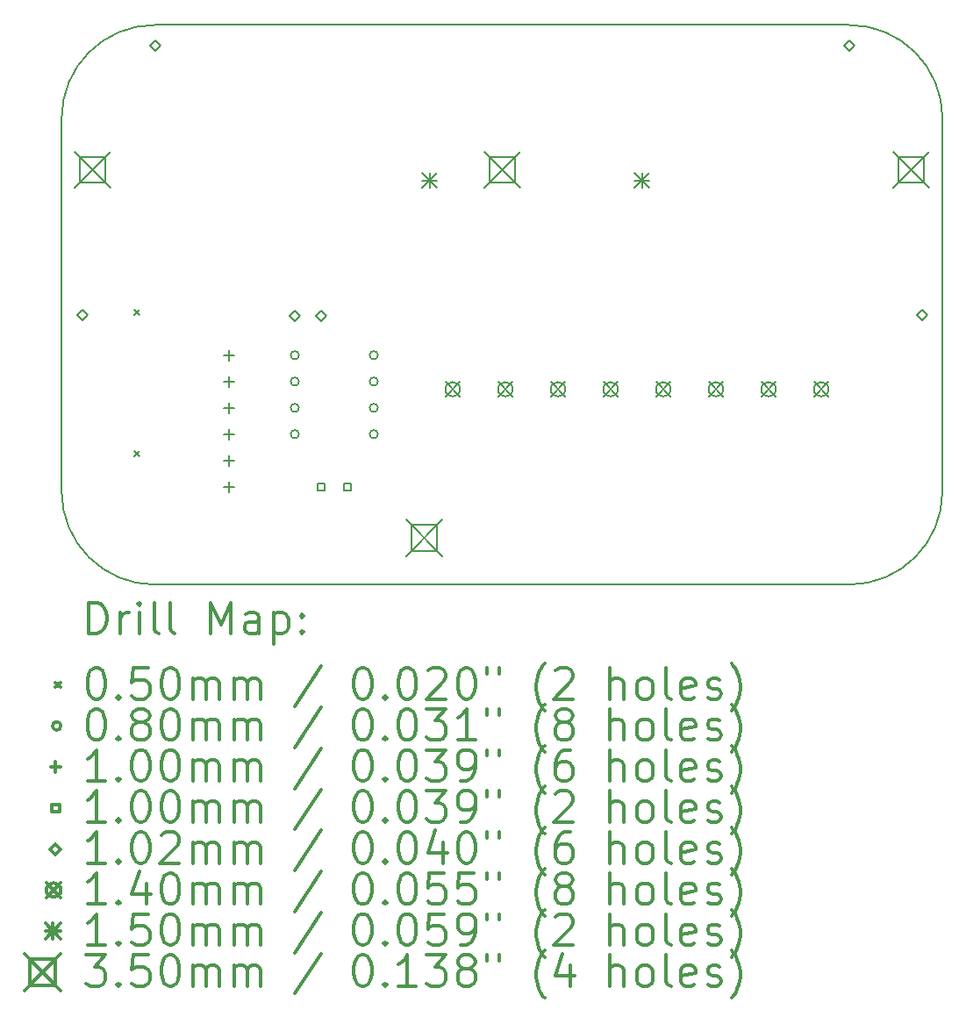
<source format=gbr>
%FSLAX45Y45*%
G04 Gerber Fmt 4.5, Leading zero omitted, Abs format (unit mm)*
G04 Created by KiCad (PCBNEW 4.0.5+dfsg1-4) date Tue May 16 10:22:53 2017*
%MOMM*%
%LPD*%
G01*
G04 APERTURE LIST*
%ADD10C,0.127000*%
%ADD11C,0.150000*%
%ADD12C,0.200000*%
%ADD13C,0.300000*%
G04 APERTURE END LIST*
D10*
D11*
X5000000Y-11800000D02*
G75*
G03X4100000Y-12700000I0J-900000D01*
G01*
X4100000Y-16300000D02*
G75*
G03X5000000Y-17200000I900000J0D01*
G01*
X11700000Y-17200000D02*
G75*
G03X12600000Y-16300000I0J900000D01*
G01*
X12600000Y-12700000D02*
G75*
G03X11700000Y-11800000I-900000J0D01*
G01*
X4100000Y-16300000D02*
X4100000Y-12700000D01*
X11700000Y-17200000D02*
X5000000Y-17200000D01*
X12600000Y-12700000D02*
X12600000Y-16300000D01*
X5000000Y-11800000D02*
X11700000Y-11800000D01*
D12*
X4801000Y-15913500D02*
X4851000Y-15963500D01*
X4851000Y-15913500D02*
X4801000Y-15963500D01*
X4801944Y-14549170D02*
X4851944Y-14599170D01*
X4851944Y-14549170D02*
X4801944Y-14599170D01*
X6390000Y-14986000D02*
G75*
G03X6390000Y-14986000I-40000J0D01*
G01*
X6390000Y-15240000D02*
G75*
G03X6390000Y-15240000I-40000J0D01*
G01*
X6390000Y-15494000D02*
G75*
G03X6390000Y-15494000I-40000J0D01*
G01*
X6390000Y-15748000D02*
G75*
G03X6390000Y-15748000I-40000J0D01*
G01*
X7152000Y-14986000D02*
G75*
G03X7152000Y-14986000I-40000J0D01*
G01*
X7152000Y-15240000D02*
G75*
G03X7152000Y-15240000I-40000J0D01*
G01*
X7152000Y-15494000D02*
G75*
G03X7152000Y-15494000I-40000J0D01*
G01*
X7152000Y-15748000D02*
G75*
G03X7152000Y-15748000I-40000J0D01*
G01*
X5715000Y-14936000D02*
X5715000Y-15036000D01*
X5665000Y-14986000D02*
X5765000Y-14986000D01*
X5715000Y-15190000D02*
X5715000Y-15290000D01*
X5665000Y-15240000D02*
X5765000Y-15240000D01*
X5715000Y-15444000D02*
X5715000Y-15544000D01*
X5665000Y-15494000D02*
X5765000Y-15494000D01*
X5715000Y-15698000D02*
X5715000Y-15798000D01*
X5665000Y-15748000D02*
X5765000Y-15748000D01*
X5715000Y-15952000D02*
X5715000Y-16052000D01*
X5665000Y-16002000D02*
X5765000Y-16002000D01*
X5715000Y-16206000D02*
X5715000Y-16306000D01*
X5665000Y-16256000D02*
X5765000Y-16256000D01*
X6639382Y-16291382D02*
X6639382Y-16220617D01*
X6568617Y-16220617D01*
X6568617Y-16291382D01*
X6639382Y-16291382D01*
X6893382Y-16291382D02*
X6893382Y-16220617D01*
X6822617Y-16220617D01*
X6822617Y-16291382D01*
X6893382Y-16291382D01*
X4300000Y-14650800D02*
X4350800Y-14600000D01*
X4300000Y-14549200D01*
X4249200Y-14600000D01*
X4300000Y-14650800D01*
X5000000Y-12050800D02*
X5050800Y-12000000D01*
X5000000Y-11949200D01*
X4949200Y-12000000D01*
X5000000Y-12050800D01*
X6350000Y-14655800D02*
X6400800Y-14605000D01*
X6350000Y-14554200D01*
X6299200Y-14605000D01*
X6350000Y-14655800D01*
X6604000Y-14655800D02*
X6654800Y-14605000D01*
X6604000Y-14554200D01*
X6553200Y-14605000D01*
X6604000Y-14655800D01*
X11700000Y-12050800D02*
X11750800Y-12000000D01*
X11700000Y-11949200D01*
X11649200Y-12000000D01*
X11700000Y-12050800D01*
X12400000Y-14650800D02*
X12450800Y-14600000D01*
X12400000Y-14549200D01*
X12349200Y-14600000D01*
X12400000Y-14650800D01*
X7804000Y-15245000D02*
X7944000Y-15385000D01*
X7944000Y-15245000D02*
X7804000Y-15385000D01*
X7944000Y-15315000D02*
G75*
G03X7944000Y-15315000I-70000J0D01*
G01*
X8312000Y-15245000D02*
X8452000Y-15385000D01*
X8452000Y-15245000D02*
X8312000Y-15385000D01*
X8452000Y-15315000D02*
G75*
G03X8452000Y-15315000I-70000J0D01*
G01*
X8820000Y-15245000D02*
X8960000Y-15385000D01*
X8960000Y-15245000D02*
X8820000Y-15385000D01*
X8960000Y-15315000D02*
G75*
G03X8960000Y-15315000I-70000J0D01*
G01*
X9328000Y-15245000D02*
X9468000Y-15385000D01*
X9468000Y-15245000D02*
X9328000Y-15385000D01*
X9468000Y-15315000D02*
G75*
G03X9468000Y-15315000I-70000J0D01*
G01*
X9836000Y-15245000D02*
X9976000Y-15385000D01*
X9976000Y-15245000D02*
X9836000Y-15385000D01*
X9976000Y-15315000D02*
G75*
G03X9976000Y-15315000I-70000J0D01*
G01*
X10344000Y-15245000D02*
X10484000Y-15385000D01*
X10484000Y-15245000D02*
X10344000Y-15385000D01*
X10484000Y-15315000D02*
G75*
G03X10484000Y-15315000I-70000J0D01*
G01*
X10852000Y-15245000D02*
X10992000Y-15385000D01*
X10992000Y-15245000D02*
X10852000Y-15385000D01*
X10992000Y-15315000D02*
G75*
G03X10992000Y-15315000I-70000J0D01*
G01*
X11360000Y-15245000D02*
X11500000Y-15385000D01*
X11500000Y-15245000D02*
X11360000Y-15385000D01*
X11500000Y-15315000D02*
G75*
G03X11500000Y-15315000I-70000J0D01*
G01*
X7575000Y-13225000D02*
X7725000Y-13375000D01*
X7725000Y-13225000D02*
X7575000Y-13375000D01*
X7650000Y-13225000D02*
X7650000Y-13375000D01*
X7575000Y-13300000D02*
X7725000Y-13300000D01*
X9624000Y-13225000D02*
X9774000Y-13375000D01*
X9774000Y-13225000D02*
X9624000Y-13375000D01*
X9699000Y-13225000D02*
X9699000Y-13375000D01*
X9624000Y-13300000D02*
X9774000Y-13300000D01*
X4225000Y-13025000D02*
X4575000Y-13375000D01*
X4575000Y-13025000D02*
X4225000Y-13375000D01*
X4523745Y-13323745D02*
X4523745Y-13076255D01*
X4276255Y-13076255D01*
X4276255Y-13323745D01*
X4523745Y-13323745D01*
X7425000Y-16575000D02*
X7775000Y-16925000D01*
X7775000Y-16575000D02*
X7425000Y-16925000D01*
X7723745Y-16873745D02*
X7723745Y-16626255D01*
X7476255Y-16626255D01*
X7476255Y-16873745D01*
X7723745Y-16873745D01*
X8175000Y-13025000D02*
X8525000Y-13375000D01*
X8525000Y-13025000D02*
X8175000Y-13375000D01*
X8473745Y-13323745D02*
X8473745Y-13076255D01*
X8226255Y-13076255D01*
X8226255Y-13323745D01*
X8473745Y-13323745D01*
X12125000Y-13025000D02*
X12475000Y-13375000D01*
X12475000Y-13025000D02*
X12125000Y-13375000D01*
X12423745Y-13323745D02*
X12423745Y-13076255D01*
X12176255Y-13076255D01*
X12176255Y-13323745D01*
X12423745Y-13323745D01*
D13*
X4363929Y-17673214D02*
X4363929Y-17373214D01*
X4435357Y-17373214D01*
X4478214Y-17387500D01*
X4506786Y-17416072D01*
X4521071Y-17444643D01*
X4535357Y-17501786D01*
X4535357Y-17544643D01*
X4521071Y-17601786D01*
X4506786Y-17630357D01*
X4478214Y-17658929D01*
X4435357Y-17673214D01*
X4363929Y-17673214D01*
X4663929Y-17673214D02*
X4663929Y-17473214D01*
X4663929Y-17530357D02*
X4678214Y-17501786D01*
X4692500Y-17487500D01*
X4721071Y-17473214D01*
X4749643Y-17473214D01*
X4849643Y-17673214D02*
X4849643Y-17473214D01*
X4849643Y-17373214D02*
X4835357Y-17387500D01*
X4849643Y-17401786D01*
X4863929Y-17387500D01*
X4849643Y-17373214D01*
X4849643Y-17401786D01*
X5035357Y-17673214D02*
X5006786Y-17658929D01*
X4992500Y-17630357D01*
X4992500Y-17373214D01*
X5192500Y-17673214D02*
X5163929Y-17658929D01*
X5149643Y-17630357D01*
X5149643Y-17373214D01*
X5535357Y-17673214D02*
X5535357Y-17373214D01*
X5635357Y-17587500D01*
X5735357Y-17373214D01*
X5735357Y-17673214D01*
X6006786Y-17673214D02*
X6006786Y-17516072D01*
X5992500Y-17487500D01*
X5963928Y-17473214D01*
X5906786Y-17473214D01*
X5878214Y-17487500D01*
X6006786Y-17658929D02*
X5978214Y-17673214D01*
X5906786Y-17673214D01*
X5878214Y-17658929D01*
X5863928Y-17630357D01*
X5863928Y-17601786D01*
X5878214Y-17573214D01*
X5906786Y-17558929D01*
X5978214Y-17558929D01*
X6006786Y-17544643D01*
X6149643Y-17473214D02*
X6149643Y-17773214D01*
X6149643Y-17487500D02*
X6178214Y-17473214D01*
X6235357Y-17473214D01*
X6263928Y-17487500D01*
X6278214Y-17501786D01*
X6292500Y-17530357D01*
X6292500Y-17616072D01*
X6278214Y-17644643D01*
X6263928Y-17658929D01*
X6235357Y-17673214D01*
X6178214Y-17673214D01*
X6149643Y-17658929D01*
X6421071Y-17644643D02*
X6435357Y-17658929D01*
X6421071Y-17673214D01*
X6406786Y-17658929D01*
X6421071Y-17644643D01*
X6421071Y-17673214D01*
X6421071Y-17487500D02*
X6435357Y-17501786D01*
X6421071Y-17516072D01*
X6406786Y-17501786D01*
X6421071Y-17487500D01*
X6421071Y-17516072D01*
X4042500Y-18142500D02*
X4092500Y-18192500D01*
X4092500Y-18142500D02*
X4042500Y-18192500D01*
X4421071Y-18003214D02*
X4449643Y-18003214D01*
X4478214Y-18017500D01*
X4492500Y-18031786D01*
X4506786Y-18060357D01*
X4521071Y-18117500D01*
X4521071Y-18188929D01*
X4506786Y-18246072D01*
X4492500Y-18274643D01*
X4478214Y-18288929D01*
X4449643Y-18303214D01*
X4421071Y-18303214D01*
X4392500Y-18288929D01*
X4378214Y-18274643D01*
X4363929Y-18246072D01*
X4349643Y-18188929D01*
X4349643Y-18117500D01*
X4363929Y-18060357D01*
X4378214Y-18031786D01*
X4392500Y-18017500D01*
X4421071Y-18003214D01*
X4649643Y-18274643D02*
X4663929Y-18288929D01*
X4649643Y-18303214D01*
X4635357Y-18288929D01*
X4649643Y-18274643D01*
X4649643Y-18303214D01*
X4935357Y-18003214D02*
X4792500Y-18003214D01*
X4778214Y-18146072D01*
X4792500Y-18131786D01*
X4821071Y-18117500D01*
X4892500Y-18117500D01*
X4921071Y-18131786D01*
X4935357Y-18146072D01*
X4949643Y-18174643D01*
X4949643Y-18246072D01*
X4935357Y-18274643D01*
X4921071Y-18288929D01*
X4892500Y-18303214D01*
X4821071Y-18303214D01*
X4792500Y-18288929D01*
X4778214Y-18274643D01*
X5135357Y-18003214D02*
X5163929Y-18003214D01*
X5192500Y-18017500D01*
X5206786Y-18031786D01*
X5221071Y-18060357D01*
X5235357Y-18117500D01*
X5235357Y-18188929D01*
X5221071Y-18246072D01*
X5206786Y-18274643D01*
X5192500Y-18288929D01*
X5163929Y-18303214D01*
X5135357Y-18303214D01*
X5106786Y-18288929D01*
X5092500Y-18274643D01*
X5078214Y-18246072D01*
X5063929Y-18188929D01*
X5063929Y-18117500D01*
X5078214Y-18060357D01*
X5092500Y-18031786D01*
X5106786Y-18017500D01*
X5135357Y-18003214D01*
X5363929Y-18303214D02*
X5363929Y-18103214D01*
X5363929Y-18131786D02*
X5378214Y-18117500D01*
X5406786Y-18103214D01*
X5449643Y-18103214D01*
X5478214Y-18117500D01*
X5492500Y-18146072D01*
X5492500Y-18303214D01*
X5492500Y-18146072D02*
X5506786Y-18117500D01*
X5535357Y-18103214D01*
X5578214Y-18103214D01*
X5606786Y-18117500D01*
X5621071Y-18146072D01*
X5621071Y-18303214D01*
X5763928Y-18303214D02*
X5763928Y-18103214D01*
X5763928Y-18131786D02*
X5778214Y-18117500D01*
X5806786Y-18103214D01*
X5849643Y-18103214D01*
X5878214Y-18117500D01*
X5892500Y-18146072D01*
X5892500Y-18303214D01*
X5892500Y-18146072D02*
X5906786Y-18117500D01*
X5935357Y-18103214D01*
X5978214Y-18103214D01*
X6006786Y-18117500D01*
X6021071Y-18146072D01*
X6021071Y-18303214D01*
X6606786Y-17988929D02*
X6349643Y-18374643D01*
X6992500Y-18003214D02*
X7021071Y-18003214D01*
X7049643Y-18017500D01*
X7063928Y-18031786D01*
X7078214Y-18060357D01*
X7092500Y-18117500D01*
X7092500Y-18188929D01*
X7078214Y-18246072D01*
X7063928Y-18274643D01*
X7049643Y-18288929D01*
X7021071Y-18303214D01*
X6992500Y-18303214D01*
X6963928Y-18288929D01*
X6949643Y-18274643D01*
X6935357Y-18246072D01*
X6921071Y-18188929D01*
X6921071Y-18117500D01*
X6935357Y-18060357D01*
X6949643Y-18031786D01*
X6963928Y-18017500D01*
X6992500Y-18003214D01*
X7221071Y-18274643D02*
X7235357Y-18288929D01*
X7221071Y-18303214D01*
X7206786Y-18288929D01*
X7221071Y-18274643D01*
X7221071Y-18303214D01*
X7421071Y-18003214D02*
X7449643Y-18003214D01*
X7478214Y-18017500D01*
X7492500Y-18031786D01*
X7506785Y-18060357D01*
X7521071Y-18117500D01*
X7521071Y-18188929D01*
X7506785Y-18246072D01*
X7492500Y-18274643D01*
X7478214Y-18288929D01*
X7449643Y-18303214D01*
X7421071Y-18303214D01*
X7392500Y-18288929D01*
X7378214Y-18274643D01*
X7363928Y-18246072D01*
X7349643Y-18188929D01*
X7349643Y-18117500D01*
X7363928Y-18060357D01*
X7378214Y-18031786D01*
X7392500Y-18017500D01*
X7421071Y-18003214D01*
X7635357Y-18031786D02*
X7649643Y-18017500D01*
X7678214Y-18003214D01*
X7749643Y-18003214D01*
X7778214Y-18017500D01*
X7792500Y-18031786D01*
X7806785Y-18060357D01*
X7806785Y-18088929D01*
X7792500Y-18131786D01*
X7621071Y-18303214D01*
X7806785Y-18303214D01*
X7992500Y-18003214D02*
X8021071Y-18003214D01*
X8049643Y-18017500D01*
X8063928Y-18031786D01*
X8078214Y-18060357D01*
X8092500Y-18117500D01*
X8092500Y-18188929D01*
X8078214Y-18246072D01*
X8063928Y-18274643D01*
X8049643Y-18288929D01*
X8021071Y-18303214D01*
X7992500Y-18303214D01*
X7963928Y-18288929D01*
X7949643Y-18274643D01*
X7935357Y-18246072D01*
X7921071Y-18188929D01*
X7921071Y-18117500D01*
X7935357Y-18060357D01*
X7949643Y-18031786D01*
X7963928Y-18017500D01*
X7992500Y-18003214D01*
X8206786Y-18003214D02*
X8206786Y-18060357D01*
X8321071Y-18003214D02*
X8321071Y-18060357D01*
X8763928Y-18417500D02*
X8749643Y-18403214D01*
X8721071Y-18360357D01*
X8706786Y-18331786D01*
X8692500Y-18288929D01*
X8678214Y-18217500D01*
X8678214Y-18160357D01*
X8692500Y-18088929D01*
X8706786Y-18046072D01*
X8721071Y-18017500D01*
X8749643Y-17974643D01*
X8763928Y-17960357D01*
X8863928Y-18031786D02*
X8878214Y-18017500D01*
X8906786Y-18003214D01*
X8978214Y-18003214D01*
X9006786Y-18017500D01*
X9021071Y-18031786D01*
X9035357Y-18060357D01*
X9035357Y-18088929D01*
X9021071Y-18131786D01*
X8849643Y-18303214D01*
X9035357Y-18303214D01*
X9392500Y-18303214D02*
X9392500Y-18003214D01*
X9521071Y-18303214D02*
X9521071Y-18146072D01*
X9506786Y-18117500D01*
X9478214Y-18103214D01*
X9435357Y-18103214D01*
X9406786Y-18117500D01*
X9392500Y-18131786D01*
X9706786Y-18303214D02*
X9678214Y-18288929D01*
X9663928Y-18274643D01*
X9649643Y-18246072D01*
X9649643Y-18160357D01*
X9663928Y-18131786D01*
X9678214Y-18117500D01*
X9706786Y-18103214D01*
X9749643Y-18103214D01*
X9778214Y-18117500D01*
X9792500Y-18131786D01*
X9806786Y-18160357D01*
X9806786Y-18246072D01*
X9792500Y-18274643D01*
X9778214Y-18288929D01*
X9749643Y-18303214D01*
X9706786Y-18303214D01*
X9978214Y-18303214D02*
X9949643Y-18288929D01*
X9935357Y-18260357D01*
X9935357Y-18003214D01*
X10206786Y-18288929D02*
X10178214Y-18303214D01*
X10121071Y-18303214D01*
X10092500Y-18288929D01*
X10078214Y-18260357D01*
X10078214Y-18146072D01*
X10092500Y-18117500D01*
X10121071Y-18103214D01*
X10178214Y-18103214D01*
X10206786Y-18117500D01*
X10221071Y-18146072D01*
X10221071Y-18174643D01*
X10078214Y-18203214D01*
X10335357Y-18288929D02*
X10363929Y-18303214D01*
X10421071Y-18303214D01*
X10449643Y-18288929D01*
X10463929Y-18260357D01*
X10463929Y-18246072D01*
X10449643Y-18217500D01*
X10421071Y-18203214D01*
X10378214Y-18203214D01*
X10349643Y-18188929D01*
X10335357Y-18160357D01*
X10335357Y-18146072D01*
X10349643Y-18117500D01*
X10378214Y-18103214D01*
X10421071Y-18103214D01*
X10449643Y-18117500D01*
X10563928Y-18417500D02*
X10578214Y-18403214D01*
X10606786Y-18360357D01*
X10621071Y-18331786D01*
X10635357Y-18288929D01*
X10649643Y-18217500D01*
X10649643Y-18160357D01*
X10635357Y-18088929D01*
X10621071Y-18046072D01*
X10606786Y-18017500D01*
X10578214Y-17974643D01*
X10563928Y-17960357D01*
X4092500Y-18563500D02*
G75*
G03X4092500Y-18563500I-40000J0D01*
G01*
X4421071Y-18399214D02*
X4449643Y-18399214D01*
X4478214Y-18413500D01*
X4492500Y-18427786D01*
X4506786Y-18456357D01*
X4521071Y-18513500D01*
X4521071Y-18584929D01*
X4506786Y-18642072D01*
X4492500Y-18670643D01*
X4478214Y-18684929D01*
X4449643Y-18699214D01*
X4421071Y-18699214D01*
X4392500Y-18684929D01*
X4378214Y-18670643D01*
X4363929Y-18642072D01*
X4349643Y-18584929D01*
X4349643Y-18513500D01*
X4363929Y-18456357D01*
X4378214Y-18427786D01*
X4392500Y-18413500D01*
X4421071Y-18399214D01*
X4649643Y-18670643D02*
X4663929Y-18684929D01*
X4649643Y-18699214D01*
X4635357Y-18684929D01*
X4649643Y-18670643D01*
X4649643Y-18699214D01*
X4835357Y-18527786D02*
X4806786Y-18513500D01*
X4792500Y-18499214D01*
X4778214Y-18470643D01*
X4778214Y-18456357D01*
X4792500Y-18427786D01*
X4806786Y-18413500D01*
X4835357Y-18399214D01*
X4892500Y-18399214D01*
X4921071Y-18413500D01*
X4935357Y-18427786D01*
X4949643Y-18456357D01*
X4949643Y-18470643D01*
X4935357Y-18499214D01*
X4921071Y-18513500D01*
X4892500Y-18527786D01*
X4835357Y-18527786D01*
X4806786Y-18542072D01*
X4792500Y-18556357D01*
X4778214Y-18584929D01*
X4778214Y-18642072D01*
X4792500Y-18670643D01*
X4806786Y-18684929D01*
X4835357Y-18699214D01*
X4892500Y-18699214D01*
X4921071Y-18684929D01*
X4935357Y-18670643D01*
X4949643Y-18642072D01*
X4949643Y-18584929D01*
X4935357Y-18556357D01*
X4921071Y-18542072D01*
X4892500Y-18527786D01*
X5135357Y-18399214D02*
X5163929Y-18399214D01*
X5192500Y-18413500D01*
X5206786Y-18427786D01*
X5221071Y-18456357D01*
X5235357Y-18513500D01*
X5235357Y-18584929D01*
X5221071Y-18642072D01*
X5206786Y-18670643D01*
X5192500Y-18684929D01*
X5163929Y-18699214D01*
X5135357Y-18699214D01*
X5106786Y-18684929D01*
X5092500Y-18670643D01*
X5078214Y-18642072D01*
X5063929Y-18584929D01*
X5063929Y-18513500D01*
X5078214Y-18456357D01*
X5092500Y-18427786D01*
X5106786Y-18413500D01*
X5135357Y-18399214D01*
X5363929Y-18699214D02*
X5363929Y-18499214D01*
X5363929Y-18527786D02*
X5378214Y-18513500D01*
X5406786Y-18499214D01*
X5449643Y-18499214D01*
X5478214Y-18513500D01*
X5492500Y-18542072D01*
X5492500Y-18699214D01*
X5492500Y-18542072D02*
X5506786Y-18513500D01*
X5535357Y-18499214D01*
X5578214Y-18499214D01*
X5606786Y-18513500D01*
X5621071Y-18542072D01*
X5621071Y-18699214D01*
X5763928Y-18699214D02*
X5763928Y-18499214D01*
X5763928Y-18527786D02*
X5778214Y-18513500D01*
X5806786Y-18499214D01*
X5849643Y-18499214D01*
X5878214Y-18513500D01*
X5892500Y-18542072D01*
X5892500Y-18699214D01*
X5892500Y-18542072D02*
X5906786Y-18513500D01*
X5935357Y-18499214D01*
X5978214Y-18499214D01*
X6006786Y-18513500D01*
X6021071Y-18542072D01*
X6021071Y-18699214D01*
X6606786Y-18384929D02*
X6349643Y-18770643D01*
X6992500Y-18399214D02*
X7021071Y-18399214D01*
X7049643Y-18413500D01*
X7063928Y-18427786D01*
X7078214Y-18456357D01*
X7092500Y-18513500D01*
X7092500Y-18584929D01*
X7078214Y-18642072D01*
X7063928Y-18670643D01*
X7049643Y-18684929D01*
X7021071Y-18699214D01*
X6992500Y-18699214D01*
X6963928Y-18684929D01*
X6949643Y-18670643D01*
X6935357Y-18642072D01*
X6921071Y-18584929D01*
X6921071Y-18513500D01*
X6935357Y-18456357D01*
X6949643Y-18427786D01*
X6963928Y-18413500D01*
X6992500Y-18399214D01*
X7221071Y-18670643D02*
X7235357Y-18684929D01*
X7221071Y-18699214D01*
X7206786Y-18684929D01*
X7221071Y-18670643D01*
X7221071Y-18699214D01*
X7421071Y-18399214D02*
X7449643Y-18399214D01*
X7478214Y-18413500D01*
X7492500Y-18427786D01*
X7506785Y-18456357D01*
X7521071Y-18513500D01*
X7521071Y-18584929D01*
X7506785Y-18642072D01*
X7492500Y-18670643D01*
X7478214Y-18684929D01*
X7449643Y-18699214D01*
X7421071Y-18699214D01*
X7392500Y-18684929D01*
X7378214Y-18670643D01*
X7363928Y-18642072D01*
X7349643Y-18584929D01*
X7349643Y-18513500D01*
X7363928Y-18456357D01*
X7378214Y-18427786D01*
X7392500Y-18413500D01*
X7421071Y-18399214D01*
X7621071Y-18399214D02*
X7806785Y-18399214D01*
X7706785Y-18513500D01*
X7749643Y-18513500D01*
X7778214Y-18527786D01*
X7792500Y-18542072D01*
X7806785Y-18570643D01*
X7806785Y-18642072D01*
X7792500Y-18670643D01*
X7778214Y-18684929D01*
X7749643Y-18699214D01*
X7663928Y-18699214D01*
X7635357Y-18684929D01*
X7621071Y-18670643D01*
X8092500Y-18699214D02*
X7921071Y-18699214D01*
X8006785Y-18699214D02*
X8006785Y-18399214D01*
X7978214Y-18442072D01*
X7949643Y-18470643D01*
X7921071Y-18484929D01*
X8206786Y-18399214D02*
X8206786Y-18456357D01*
X8321071Y-18399214D02*
X8321071Y-18456357D01*
X8763928Y-18813500D02*
X8749643Y-18799214D01*
X8721071Y-18756357D01*
X8706786Y-18727786D01*
X8692500Y-18684929D01*
X8678214Y-18613500D01*
X8678214Y-18556357D01*
X8692500Y-18484929D01*
X8706786Y-18442072D01*
X8721071Y-18413500D01*
X8749643Y-18370643D01*
X8763928Y-18356357D01*
X8921071Y-18527786D02*
X8892500Y-18513500D01*
X8878214Y-18499214D01*
X8863928Y-18470643D01*
X8863928Y-18456357D01*
X8878214Y-18427786D01*
X8892500Y-18413500D01*
X8921071Y-18399214D01*
X8978214Y-18399214D01*
X9006786Y-18413500D01*
X9021071Y-18427786D01*
X9035357Y-18456357D01*
X9035357Y-18470643D01*
X9021071Y-18499214D01*
X9006786Y-18513500D01*
X8978214Y-18527786D01*
X8921071Y-18527786D01*
X8892500Y-18542072D01*
X8878214Y-18556357D01*
X8863928Y-18584929D01*
X8863928Y-18642072D01*
X8878214Y-18670643D01*
X8892500Y-18684929D01*
X8921071Y-18699214D01*
X8978214Y-18699214D01*
X9006786Y-18684929D01*
X9021071Y-18670643D01*
X9035357Y-18642072D01*
X9035357Y-18584929D01*
X9021071Y-18556357D01*
X9006786Y-18542072D01*
X8978214Y-18527786D01*
X9392500Y-18699214D02*
X9392500Y-18399214D01*
X9521071Y-18699214D02*
X9521071Y-18542072D01*
X9506786Y-18513500D01*
X9478214Y-18499214D01*
X9435357Y-18499214D01*
X9406786Y-18513500D01*
X9392500Y-18527786D01*
X9706786Y-18699214D02*
X9678214Y-18684929D01*
X9663928Y-18670643D01*
X9649643Y-18642072D01*
X9649643Y-18556357D01*
X9663928Y-18527786D01*
X9678214Y-18513500D01*
X9706786Y-18499214D01*
X9749643Y-18499214D01*
X9778214Y-18513500D01*
X9792500Y-18527786D01*
X9806786Y-18556357D01*
X9806786Y-18642072D01*
X9792500Y-18670643D01*
X9778214Y-18684929D01*
X9749643Y-18699214D01*
X9706786Y-18699214D01*
X9978214Y-18699214D02*
X9949643Y-18684929D01*
X9935357Y-18656357D01*
X9935357Y-18399214D01*
X10206786Y-18684929D02*
X10178214Y-18699214D01*
X10121071Y-18699214D01*
X10092500Y-18684929D01*
X10078214Y-18656357D01*
X10078214Y-18542072D01*
X10092500Y-18513500D01*
X10121071Y-18499214D01*
X10178214Y-18499214D01*
X10206786Y-18513500D01*
X10221071Y-18542072D01*
X10221071Y-18570643D01*
X10078214Y-18599214D01*
X10335357Y-18684929D02*
X10363929Y-18699214D01*
X10421071Y-18699214D01*
X10449643Y-18684929D01*
X10463929Y-18656357D01*
X10463929Y-18642072D01*
X10449643Y-18613500D01*
X10421071Y-18599214D01*
X10378214Y-18599214D01*
X10349643Y-18584929D01*
X10335357Y-18556357D01*
X10335357Y-18542072D01*
X10349643Y-18513500D01*
X10378214Y-18499214D01*
X10421071Y-18499214D01*
X10449643Y-18513500D01*
X10563928Y-18813500D02*
X10578214Y-18799214D01*
X10606786Y-18756357D01*
X10621071Y-18727786D01*
X10635357Y-18684929D01*
X10649643Y-18613500D01*
X10649643Y-18556357D01*
X10635357Y-18484929D01*
X10621071Y-18442072D01*
X10606786Y-18413500D01*
X10578214Y-18370643D01*
X10563928Y-18356357D01*
X4042500Y-18909500D02*
X4042500Y-19009500D01*
X3992500Y-18959500D02*
X4092500Y-18959500D01*
X4521071Y-19095214D02*
X4349643Y-19095214D01*
X4435357Y-19095214D02*
X4435357Y-18795214D01*
X4406786Y-18838072D01*
X4378214Y-18866643D01*
X4349643Y-18880929D01*
X4649643Y-19066643D02*
X4663929Y-19080929D01*
X4649643Y-19095214D01*
X4635357Y-19080929D01*
X4649643Y-19066643D01*
X4649643Y-19095214D01*
X4849643Y-18795214D02*
X4878214Y-18795214D01*
X4906786Y-18809500D01*
X4921071Y-18823786D01*
X4935357Y-18852357D01*
X4949643Y-18909500D01*
X4949643Y-18980929D01*
X4935357Y-19038072D01*
X4921071Y-19066643D01*
X4906786Y-19080929D01*
X4878214Y-19095214D01*
X4849643Y-19095214D01*
X4821071Y-19080929D01*
X4806786Y-19066643D01*
X4792500Y-19038072D01*
X4778214Y-18980929D01*
X4778214Y-18909500D01*
X4792500Y-18852357D01*
X4806786Y-18823786D01*
X4821071Y-18809500D01*
X4849643Y-18795214D01*
X5135357Y-18795214D02*
X5163929Y-18795214D01*
X5192500Y-18809500D01*
X5206786Y-18823786D01*
X5221071Y-18852357D01*
X5235357Y-18909500D01*
X5235357Y-18980929D01*
X5221071Y-19038072D01*
X5206786Y-19066643D01*
X5192500Y-19080929D01*
X5163929Y-19095214D01*
X5135357Y-19095214D01*
X5106786Y-19080929D01*
X5092500Y-19066643D01*
X5078214Y-19038072D01*
X5063929Y-18980929D01*
X5063929Y-18909500D01*
X5078214Y-18852357D01*
X5092500Y-18823786D01*
X5106786Y-18809500D01*
X5135357Y-18795214D01*
X5363929Y-19095214D02*
X5363929Y-18895214D01*
X5363929Y-18923786D02*
X5378214Y-18909500D01*
X5406786Y-18895214D01*
X5449643Y-18895214D01*
X5478214Y-18909500D01*
X5492500Y-18938072D01*
X5492500Y-19095214D01*
X5492500Y-18938072D02*
X5506786Y-18909500D01*
X5535357Y-18895214D01*
X5578214Y-18895214D01*
X5606786Y-18909500D01*
X5621071Y-18938072D01*
X5621071Y-19095214D01*
X5763928Y-19095214D02*
X5763928Y-18895214D01*
X5763928Y-18923786D02*
X5778214Y-18909500D01*
X5806786Y-18895214D01*
X5849643Y-18895214D01*
X5878214Y-18909500D01*
X5892500Y-18938072D01*
X5892500Y-19095214D01*
X5892500Y-18938072D02*
X5906786Y-18909500D01*
X5935357Y-18895214D01*
X5978214Y-18895214D01*
X6006786Y-18909500D01*
X6021071Y-18938072D01*
X6021071Y-19095214D01*
X6606786Y-18780929D02*
X6349643Y-19166643D01*
X6992500Y-18795214D02*
X7021071Y-18795214D01*
X7049643Y-18809500D01*
X7063928Y-18823786D01*
X7078214Y-18852357D01*
X7092500Y-18909500D01*
X7092500Y-18980929D01*
X7078214Y-19038072D01*
X7063928Y-19066643D01*
X7049643Y-19080929D01*
X7021071Y-19095214D01*
X6992500Y-19095214D01*
X6963928Y-19080929D01*
X6949643Y-19066643D01*
X6935357Y-19038072D01*
X6921071Y-18980929D01*
X6921071Y-18909500D01*
X6935357Y-18852357D01*
X6949643Y-18823786D01*
X6963928Y-18809500D01*
X6992500Y-18795214D01*
X7221071Y-19066643D02*
X7235357Y-19080929D01*
X7221071Y-19095214D01*
X7206786Y-19080929D01*
X7221071Y-19066643D01*
X7221071Y-19095214D01*
X7421071Y-18795214D02*
X7449643Y-18795214D01*
X7478214Y-18809500D01*
X7492500Y-18823786D01*
X7506785Y-18852357D01*
X7521071Y-18909500D01*
X7521071Y-18980929D01*
X7506785Y-19038072D01*
X7492500Y-19066643D01*
X7478214Y-19080929D01*
X7449643Y-19095214D01*
X7421071Y-19095214D01*
X7392500Y-19080929D01*
X7378214Y-19066643D01*
X7363928Y-19038072D01*
X7349643Y-18980929D01*
X7349643Y-18909500D01*
X7363928Y-18852357D01*
X7378214Y-18823786D01*
X7392500Y-18809500D01*
X7421071Y-18795214D01*
X7621071Y-18795214D02*
X7806785Y-18795214D01*
X7706785Y-18909500D01*
X7749643Y-18909500D01*
X7778214Y-18923786D01*
X7792500Y-18938072D01*
X7806785Y-18966643D01*
X7806785Y-19038072D01*
X7792500Y-19066643D01*
X7778214Y-19080929D01*
X7749643Y-19095214D01*
X7663928Y-19095214D01*
X7635357Y-19080929D01*
X7621071Y-19066643D01*
X7949643Y-19095214D02*
X8006785Y-19095214D01*
X8035357Y-19080929D01*
X8049643Y-19066643D01*
X8078214Y-19023786D01*
X8092500Y-18966643D01*
X8092500Y-18852357D01*
X8078214Y-18823786D01*
X8063928Y-18809500D01*
X8035357Y-18795214D01*
X7978214Y-18795214D01*
X7949643Y-18809500D01*
X7935357Y-18823786D01*
X7921071Y-18852357D01*
X7921071Y-18923786D01*
X7935357Y-18952357D01*
X7949643Y-18966643D01*
X7978214Y-18980929D01*
X8035357Y-18980929D01*
X8063928Y-18966643D01*
X8078214Y-18952357D01*
X8092500Y-18923786D01*
X8206786Y-18795214D02*
X8206786Y-18852357D01*
X8321071Y-18795214D02*
X8321071Y-18852357D01*
X8763928Y-19209500D02*
X8749643Y-19195214D01*
X8721071Y-19152357D01*
X8706786Y-19123786D01*
X8692500Y-19080929D01*
X8678214Y-19009500D01*
X8678214Y-18952357D01*
X8692500Y-18880929D01*
X8706786Y-18838072D01*
X8721071Y-18809500D01*
X8749643Y-18766643D01*
X8763928Y-18752357D01*
X9006786Y-18795214D02*
X8949643Y-18795214D01*
X8921071Y-18809500D01*
X8906786Y-18823786D01*
X8878214Y-18866643D01*
X8863928Y-18923786D01*
X8863928Y-19038072D01*
X8878214Y-19066643D01*
X8892500Y-19080929D01*
X8921071Y-19095214D01*
X8978214Y-19095214D01*
X9006786Y-19080929D01*
X9021071Y-19066643D01*
X9035357Y-19038072D01*
X9035357Y-18966643D01*
X9021071Y-18938072D01*
X9006786Y-18923786D01*
X8978214Y-18909500D01*
X8921071Y-18909500D01*
X8892500Y-18923786D01*
X8878214Y-18938072D01*
X8863928Y-18966643D01*
X9392500Y-19095214D02*
X9392500Y-18795214D01*
X9521071Y-19095214D02*
X9521071Y-18938072D01*
X9506786Y-18909500D01*
X9478214Y-18895214D01*
X9435357Y-18895214D01*
X9406786Y-18909500D01*
X9392500Y-18923786D01*
X9706786Y-19095214D02*
X9678214Y-19080929D01*
X9663928Y-19066643D01*
X9649643Y-19038072D01*
X9649643Y-18952357D01*
X9663928Y-18923786D01*
X9678214Y-18909500D01*
X9706786Y-18895214D01*
X9749643Y-18895214D01*
X9778214Y-18909500D01*
X9792500Y-18923786D01*
X9806786Y-18952357D01*
X9806786Y-19038072D01*
X9792500Y-19066643D01*
X9778214Y-19080929D01*
X9749643Y-19095214D01*
X9706786Y-19095214D01*
X9978214Y-19095214D02*
X9949643Y-19080929D01*
X9935357Y-19052357D01*
X9935357Y-18795214D01*
X10206786Y-19080929D02*
X10178214Y-19095214D01*
X10121071Y-19095214D01*
X10092500Y-19080929D01*
X10078214Y-19052357D01*
X10078214Y-18938072D01*
X10092500Y-18909500D01*
X10121071Y-18895214D01*
X10178214Y-18895214D01*
X10206786Y-18909500D01*
X10221071Y-18938072D01*
X10221071Y-18966643D01*
X10078214Y-18995214D01*
X10335357Y-19080929D02*
X10363929Y-19095214D01*
X10421071Y-19095214D01*
X10449643Y-19080929D01*
X10463929Y-19052357D01*
X10463929Y-19038072D01*
X10449643Y-19009500D01*
X10421071Y-18995214D01*
X10378214Y-18995214D01*
X10349643Y-18980929D01*
X10335357Y-18952357D01*
X10335357Y-18938072D01*
X10349643Y-18909500D01*
X10378214Y-18895214D01*
X10421071Y-18895214D01*
X10449643Y-18909500D01*
X10563928Y-19209500D02*
X10578214Y-19195214D01*
X10606786Y-19152357D01*
X10621071Y-19123786D01*
X10635357Y-19080929D01*
X10649643Y-19009500D01*
X10649643Y-18952357D01*
X10635357Y-18880929D01*
X10621071Y-18838072D01*
X10606786Y-18809500D01*
X10578214Y-18766643D01*
X10563928Y-18752357D01*
X4077844Y-19390883D02*
X4077844Y-19320118D01*
X4007079Y-19320118D01*
X4007079Y-19390883D01*
X4077844Y-19390883D01*
X4521071Y-19491214D02*
X4349643Y-19491214D01*
X4435357Y-19491214D02*
X4435357Y-19191214D01*
X4406786Y-19234072D01*
X4378214Y-19262643D01*
X4349643Y-19276929D01*
X4649643Y-19462643D02*
X4663929Y-19476929D01*
X4649643Y-19491214D01*
X4635357Y-19476929D01*
X4649643Y-19462643D01*
X4649643Y-19491214D01*
X4849643Y-19191214D02*
X4878214Y-19191214D01*
X4906786Y-19205500D01*
X4921071Y-19219786D01*
X4935357Y-19248357D01*
X4949643Y-19305500D01*
X4949643Y-19376929D01*
X4935357Y-19434072D01*
X4921071Y-19462643D01*
X4906786Y-19476929D01*
X4878214Y-19491214D01*
X4849643Y-19491214D01*
X4821071Y-19476929D01*
X4806786Y-19462643D01*
X4792500Y-19434072D01*
X4778214Y-19376929D01*
X4778214Y-19305500D01*
X4792500Y-19248357D01*
X4806786Y-19219786D01*
X4821071Y-19205500D01*
X4849643Y-19191214D01*
X5135357Y-19191214D02*
X5163929Y-19191214D01*
X5192500Y-19205500D01*
X5206786Y-19219786D01*
X5221071Y-19248357D01*
X5235357Y-19305500D01*
X5235357Y-19376929D01*
X5221071Y-19434072D01*
X5206786Y-19462643D01*
X5192500Y-19476929D01*
X5163929Y-19491214D01*
X5135357Y-19491214D01*
X5106786Y-19476929D01*
X5092500Y-19462643D01*
X5078214Y-19434072D01*
X5063929Y-19376929D01*
X5063929Y-19305500D01*
X5078214Y-19248357D01*
X5092500Y-19219786D01*
X5106786Y-19205500D01*
X5135357Y-19191214D01*
X5363929Y-19491214D02*
X5363929Y-19291214D01*
X5363929Y-19319786D02*
X5378214Y-19305500D01*
X5406786Y-19291214D01*
X5449643Y-19291214D01*
X5478214Y-19305500D01*
X5492500Y-19334072D01*
X5492500Y-19491214D01*
X5492500Y-19334072D02*
X5506786Y-19305500D01*
X5535357Y-19291214D01*
X5578214Y-19291214D01*
X5606786Y-19305500D01*
X5621071Y-19334072D01*
X5621071Y-19491214D01*
X5763928Y-19491214D02*
X5763928Y-19291214D01*
X5763928Y-19319786D02*
X5778214Y-19305500D01*
X5806786Y-19291214D01*
X5849643Y-19291214D01*
X5878214Y-19305500D01*
X5892500Y-19334072D01*
X5892500Y-19491214D01*
X5892500Y-19334072D02*
X5906786Y-19305500D01*
X5935357Y-19291214D01*
X5978214Y-19291214D01*
X6006786Y-19305500D01*
X6021071Y-19334072D01*
X6021071Y-19491214D01*
X6606786Y-19176929D02*
X6349643Y-19562643D01*
X6992500Y-19191214D02*
X7021071Y-19191214D01*
X7049643Y-19205500D01*
X7063928Y-19219786D01*
X7078214Y-19248357D01*
X7092500Y-19305500D01*
X7092500Y-19376929D01*
X7078214Y-19434072D01*
X7063928Y-19462643D01*
X7049643Y-19476929D01*
X7021071Y-19491214D01*
X6992500Y-19491214D01*
X6963928Y-19476929D01*
X6949643Y-19462643D01*
X6935357Y-19434072D01*
X6921071Y-19376929D01*
X6921071Y-19305500D01*
X6935357Y-19248357D01*
X6949643Y-19219786D01*
X6963928Y-19205500D01*
X6992500Y-19191214D01*
X7221071Y-19462643D02*
X7235357Y-19476929D01*
X7221071Y-19491214D01*
X7206786Y-19476929D01*
X7221071Y-19462643D01*
X7221071Y-19491214D01*
X7421071Y-19191214D02*
X7449643Y-19191214D01*
X7478214Y-19205500D01*
X7492500Y-19219786D01*
X7506785Y-19248357D01*
X7521071Y-19305500D01*
X7521071Y-19376929D01*
X7506785Y-19434072D01*
X7492500Y-19462643D01*
X7478214Y-19476929D01*
X7449643Y-19491214D01*
X7421071Y-19491214D01*
X7392500Y-19476929D01*
X7378214Y-19462643D01*
X7363928Y-19434072D01*
X7349643Y-19376929D01*
X7349643Y-19305500D01*
X7363928Y-19248357D01*
X7378214Y-19219786D01*
X7392500Y-19205500D01*
X7421071Y-19191214D01*
X7621071Y-19191214D02*
X7806785Y-19191214D01*
X7706785Y-19305500D01*
X7749643Y-19305500D01*
X7778214Y-19319786D01*
X7792500Y-19334072D01*
X7806785Y-19362643D01*
X7806785Y-19434072D01*
X7792500Y-19462643D01*
X7778214Y-19476929D01*
X7749643Y-19491214D01*
X7663928Y-19491214D01*
X7635357Y-19476929D01*
X7621071Y-19462643D01*
X7949643Y-19491214D02*
X8006785Y-19491214D01*
X8035357Y-19476929D01*
X8049643Y-19462643D01*
X8078214Y-19419786D01*
X8092500Y-19362643D01*
X8092500Y-19248357D01*
X8078214Y-19219786D01*
X8063928Y-19205500D01*
X8035357Y-19191214D01*
X7978214Y-19191214D01*
X7949643Y-19205500D01*
X7935357Y-19219786D01*
X7921071Y-19248357D01*
X7921071Y-19319786D01*
X7935357Y-19348357D01*
X7949643Y-19362643D01*
X7978214Y-19376929D01*
X8035357Y-19376929D01*
X8063928Y-19362643D01*
X8078214Y-19348357D01*
X8092500Y-19319786D01*
X8206786Y-19191214D02*
X8206786Y-19248357D01*
X8321071Y-19191214D02*
X8321071Y-19248357D01*
X8763928Y-19605500D02*
X8749643Y-19591214D01*
X8721071Y-19548357D01*
X8706786Y-19519786D01*
X8692500Y-19476929D01*
X8678214Y-19405500D01*
X8678214Y-19348357D01*
X8692500Y-19276929D01*
X8706786Y-19234072D01*
X8721071Y-19205500D01*
X8749643Y-19162643D01*
X8763928Y-19148357D01*
X8863928Y-19219786D02*
X8878214Y-19205500D01*
X8906786Y-19191214D01*
X8978214Y-19191214D01*
X9006786Y-19205500D01*
X9021071Y-19219786D01*
X9035357Y-19248357D01*
X9035357Y-19276929D01*
X9021071Y-19319786D01*
X8849643Y-19491214D01*
X9035357Y-19491214D01*
X9392500Y-19491214D02*
X9392500Y-19191214D01*
X9521071Y-19491214D02*
X9521071Y-19334072D01*
X9506786Y-19305500D01*
X9478214Y-19291214D01*
X9435357Y-19291214D01*
X9406786Y-19305500D01*
X9392500Y-19319786D01*
X9706786Y-19491214D02*
X9678214Y-19476929D01*
X9663928Y-19462643D01*
X9649643Y-19434072D01*
X9649643Y-19348357D01*
X9663928Y-19319786D01*
X9678214Y-19305500D01*
X9706786Y-19291214D01*
X9749643Y-19291214D01*
X9778214Y-19305500D01*
X9792500Y-19319786D01*
X9806786Y-19348357D01*
X9806786Y-19434072D01*
X9792500Y-19462643D01*
X9778214Y-19476929D01*
X9749643Y-19491214D01*
X9706786Y-19491214D01*
X9978214Y-19491214D02*
X9949643Y-19476929D01*
X9935357Y-19448357D01*
X9935357Y-19191214D01*
X10206786Y-19476929D02*
X10178214Y-19491214D01*
X10121071Y-19491214D01*
X10092500Y-19476929D01*
X10078214Y-19448357D01*
X10078214Y-19334072D01*
X10092500Y-19305500D01*
X10121071Y-19291214D01*
X10178214Y-19291214D01*
X10206786Y-19305500D01*
X10221071Y-19334072D01*
X10221071Y-19362643D01*
X10078214Y-19391214D01*
X10335357Y-19476929D02*
X10363929Y-19491214D01*
X10421071Y-19491214D01*
X10449643Y-19476929D01*
X10463929Y-19448357D01*
X10463929Y-19434072D01*
X10449643Y-19405500D01*
X10421071Y-19391214D01*
X10378214Y-19391214D01*
X10349643Y-19376929D01*
X10335357Y-19348357D01*
X10335357Y-19334072D01*
X10349643Y-19305500D01*
X10378214Y-19291214D01*
X10421071Y-19291214D01*
X10449643Y-19305500D01*
X10563928Y-19605500D02*
X10578214Y-19591214D01*
X10606786Y-19548357D01*
X10621071Y-19519786D01*
X10635357Y-19476929D01*
X10649643Y-19405500D01*
X10649643Y-19348357D01*
X10635357Y-19276929D01*
X10621071Y-19234072D01*
X10606786Y-19205500D01*
X10578214Y-19162643D01*
X10563928Y-19148357D01*
X4041700Y-19802300D02*
X4092500Y-19751500D01*
X4041700Y-19700700D01*
X3990900Y-19751500D01*
X4041700Y-19802300D01*
X4521071Y-19887214D02*
X4349643Y-19887214D01*
X4435357Y-19887214D02*
X4435357Y-19587214D01*
X4406786Y-19630072D01*
X4378214Y-19658643D01*
X4349643Y-19672929D01*
X4649643Y-19858643D02*
X4663929Y-19872929D01*
X4649643Y-19887214D01*
X4635357Y-19872929D01*
X4649643Y-19858643D01*
X4649643Y-19887214D01*
X4849643Y-19587214D02*
X4878214Y-19587214D01*
X4906786Y-19601500D01*
X4921071Y-19615786D01*
X4935357Y-19644357D01*
X4949643Y-19701500D01*
X4949643Y-19772929D01*
X4935357Y-19830072D01*
X4921071Y-19858643D01*
X4906786Y-19872929D01*
X4878214Y-19887214D01*
X4849643Y-19887214D01*
X4821071Y-19872929D01*
X4806786Y-19858643D01*
X4792500Y-19830072D01*
X4778214Y-19772929D01*
X4778214Y-19701500D01*
X4792500Y-19644357D01*
X4806786Y-19615786D01*
X4821071Y-19601500D01*
X4849643Y-19587214D01*
X5063929Y-19615786D02*
X5078214Y-19601500D01*
X5106786Y-19587214D01*
X5178214Y-19587214D01*
X5206786Y-19601500D01*
X5221071Y-19615786D01*
X5235357Y-19644357D01*
X5235357Y-19672929D01*
X5221071Y-19715786D01*
X5049643Y-19887214D01*
X5235357Y-19887214D01*
X5363929Y-19887214D02*
X5363929Y-19687214D01*
X5363929Y-19715786D02*
X5378214Y-19701500D01*
X5406786Y-19687214D01*
X5449643Y-19687214D01*
X5478214Y-19701500D01*
X5492500Y-19730072D01*
X5492500Y-19887214D01*
X5492500Y-19730072D02*
X5506786Y-19701500D01*
X5535357Y-19687214D01*
X5578214Y-19687214D01*
X5606786Y-19701500D01*
X5621071Y-19730072D01*
X5621071Y-19887214D01*
X5763928Y-19887214D02*
X5763928Y-19687214D01*
X5763928Y-19715786D02*
X5778214Y-19701500D01*
X5806786Y-19687214D01*
X5849643Y-19687214D01*
X5878214Y-19701500D01*
X5892500Y-19730072D01*
X5892500Y-19887214D01*
X5892500Y-19730072D02*
X5906786Y-19701500D01*
X5935357Y-19687214D01*
X5978214Y-19687214D01*
X6006786Y-19701500D01*
X6021071Y-19730072D01*
X6021071Y-19887214D01*
X6606786Y-19572929D02*
X6349643Y-19958643D01*
X6992500Y-19587214D02*
X7021071Y-19587214D01*
X7049643Y-19601500D01*
X7063928Y-19615786D01*
X7078214Y-19644357D01*
X7092500Y-19701500D01*
X7092500Y-19772929D01*
X7078214Y-19830072D01*
X7063928Y-19858643D01*
X7049643Y-19872929D01*
X7021071Y-19887214D01*
X6992500Y-19887214D01*
X6963928Y-19872929D01*
X6949643Y-19858643D01*
X6935357Y-19830072D01*
X6921071Y-19772929D01*
X6921071Y-19701500D01*
X6935357Y-19644357D01*
X6949643Y-19615786D01*
X6963928Y-19601500D01*
X6992500Y-19587214D01*
X7221071Y-19858643D02*
X7235357Y-19872929D01*
X7221071Y-19887214D01*
X7206786Y-19872929D01*
X7221071Y-19858643D01*
X7221071Y-19887214D01*
X7421071Y-19587214D02*
X7449643Y-19587214D01*
X7478214Y-19601500D01*
X7492500Y-19615786D01*
X7506785Y-19644357D01*
X7521071Y-19701500D01*
X7521071Y-19772929D01*
X7506785Y-19830072D01*
X7492500Y-19858643D01*
X7478214Y-19872929D01*
X7449643Y-19887214D01*
X7421071Y-19887214D01*
X7392500Y-19872929D01*
X7378214Y-19858643D01*
X7363928Y-19830072D01*
X7349643Y-19772929D01*
X7349643Y-19701500D01*
X7363928Y-19644357D01*
X7378214Y-19615786D01*
X7392500Y-19601500D01*
X7421071Y-19587214D01*
X7778214Y-19687214D02*
X7778214Y-19887214D01*
X7706785Y-19572929D02*
X7635357Y-19787214D01*
X7821071Y-19787214D01*
X7992500Y-19587214D02*
X8021071Y-19587214D01*
X8049643Y-19601500D01*
X8063928Y-19615786D01*
X8078214Y-19644357D01*
X8092500Y-19701500D01*
X8092500Y-19772929D01*
X8078214Y-19830072D01*
X8063928Y-19858643D01*
X8049643Y-19872929D01*
X8021071Y-19887214D01*
X7992500Y-19887214D01*
X7963928Y-19872929D01*
X7949643Y-19858643D01*
X7935357Y-19830072D01*
X7921071Y-19772929D01*
X7921071Y-19701500D01*
X7935357Y-19644357D01*
X7949643Y-19615786D01*
X7963928Y-19601500D01*
X7992500Y-19587214D01*
X8206786Y-19587214D02*
X8206786Y-19644357D01*
X8321071Y-19587214D02*
X8321071Y-19644357D01*
X8763928Y-20001500D02*
X8749643Y-19987214D01*
X8721071Y-19944357D01*
X8706786Y-19915786D01*
X8692500Y-19872929D01*
X8678214Y-19801500D01*
X8678214Y-19744357D01*
X8692500Y-19672929D01*
X8706786Y-19630072D01*
X8721071Y-19601500D01*
X8749643Y-19558643D01*
X8763928Y-19544357D01*
X9006786Y-19587214D02*
X8949643Y-19587214D01*
X8921071Y-19601500D01*
X8906786Y-19615786D01*
X8878214Y-19658643D01*
X8863928Y-19715786D01*
X8863928Y-19830072D01*
X8878214Y-19858643D01*
X8892500Y-19872929D01*
X8921071Y-19887214D01*
X8978214Y-19887214D01*
X9006786Y-19872929D01*
X9021071Y-19858643D01*
X9035357Y-19830072D01*
X9035357Y-19758643D01*
X9021071Y-19730072D01*
X9006786Y-19715786D01*
X8978214Y-19701500D01*
X8921071Y-19701500D01*
X8892500Y-19715786D01*
X8878214Y-19730072D01*
X8863928Y-19758643D01*
X9392500Y-19887214D02*
X9392500Y-19587214D01*
X9521071Y-19887214D02*
X9521071Y-19730072D01*
X9506786Y-19701500D01*
X9478214Y-19687214D01*
X9435357Y-19687214D01*
X9406786Y-19701500D01*
X9392500Y-19715786D01*
X9706786Y-19887214D02*
X9678214Y-19872929D01*
X9663928Y-19858643D01*
X9649643Y-19830072D01*
X9649643Y-19744357D01*
X9663928Y-19715786D01*
X9678214Y-19701500D01*
X9706786Y-19687214D01*
X9749643Y-19687214D01*
X9778214Y-19701500D01*
X9792500Y-19715786D01*
X9806786Y-19744357D01*
X9806786Y-19830072D01*
X9792500Y-19858643D01*
X9778214Y-19872929D01*
X9749643Y-19887214D01*
X9706786Y-19887214D01*
X9978214Y-19887214D02*
X9949643Y-19872929D01*
X9935357Y-19844357D01*
X9935357Y-19587214D01*
X10206786Y-19872929D02*
X10178214Y-19887214D01*
X10121071Y-19887214D01*
X10092500Y-19872929D01*
X10078214Y-19844357D01*
X10078214Y-19730072D01*
X10092500Y-19701500D01*
X10121071Y-19687214D01*
X10178214Y-19687214D01*
X10206786Y-19701500D01*
X10221071Y-19730072D01*
X10221071Y-19758643D01*
X10078214Y-19787214D01*
X10335357Y-19872929D02*
X10363929Y-19887214D01*
X10421071Y-19887214D01*
X10449643Y-19872929D01*
X10463929Y-19844357D01*
X10463929Y-19830072D01*
X10449643Y-19801500D01*
X10421071Y-19787214D01*
X10378214Y-19787214D01*
X10349643Y-19772929D01*
X10335357Y-19744357D01*
X10335357Y-19730072D01*
X10349643Y-19701500D01*
X10378214Y-19687214D01*
X10421071Y-19687214D01*
X10449643Y-19701500D01*
X10563928Y-20001500D02*
X10578214Y-19987214D01*
X10606786Y-19944357D01*
X10621071Y-19915786D01*
X10635357Y-19872929D01*
X10649643Y-19801500D01*
X10649643Y-19744357D01*
X10635357Y-19672929D01*
X10621071Y-19630072D01*
X10606786Y-19601500D01*
X10578214Y-19558643D01*
X10563928Y-19544357D01*
X3952500Y-20077500D02*
X4092500Y-20217500D01*
X4092500Y-20077500D02*
X3952500Y-20217500D01*
X4092500Y-20147500D02*
G75*
G03X4092500Y-20147500I-70000J0D01*
G01*
X4521071Y-20283214D02*
X4349643Y-20283214D01*
X4435357Y-20283214D02*
X4435357Y-19983214D01*
X4406786Y-20026072D01*
X4378214Y-20054643D01*
X4349643Y-20068929D01*
X4649643Y-20254643D02*
X4663929Y-20268929D01*
X4649643Y-20283214D01*
X4635357Y-20268929D01*
X4649643Y-20254643D01*
X4649643Y-20283214D01*
X4921071Y-20083214D02*
X4921071Y-20283214D01*
X4849643Y-19968929D02*
X4778214Y-20183214D01*
X4963928Y-20183214D01*
X5135357Y-19983214D02*
X5163929Y-19983214D01*
X5192500Y-19997500D01*
X5206786Y-20011786D01*
X5221071Y-20040357D01*
X5235357Y-20097500D01*
X5235357Y-20168929D01*
X5221071Y-20226072D01*
X5206786Y-20254643D01*
X5192500Y-20268929D01*
X5163929Y-20283214D01*
X5135357Y-20283214D01*
X5106786Y-20268929D01*
X5092500Y-20254643D01*
X5078214Y-20226072D01*
X5063929Y-20168929D01*
X5063929Y-20097500D01*
X5078214Y-20040357D01*
X5092500Y-20011786D01*
X5106786Y-19997500D01*
X5135357Y-19983214D01*
X5363929Y-20283214D02*
X5363929Y-20083214D01*
X5363929Y-20111786D02*
X5378214Y-20097500D01*
X5406786Y-20083214D01*
X5449643Y-20083214D01*
X5478214Y-20097500D01*
X5492500Y-20126072D01*
X5492500Y-20283214D01*
X5492500Y-20126072D02*
X5506786Y-20097500D01*
X5535357Y-20083214D01*
X5578214Y-20083214D01*
X5606786Y-20097500D01*
X5621071Y-20126072D01*
X5621071Y-20283214D01*
X5763928Y-20283214D02*
X5763928Y-20083214D01*
X5763928Y-20111786D02*
X5778214Y-20097500D01*
X5806786Y-20083214D01*
X5849643Y-20083214D01*
X5878214Y-20097500D01*
X5892500Y-20126072D01*
X5892500Y-20283214D01*
X5892500Y-20126072D02*
X5906786Y-20097500D01*
X5935357Y-20083214D01*
X5978214Y-20083214D01*
X6006786Y-20097500D01*
X6021071Y-20126072D01*
X6021071Y-20283214D01*
X6606786Y-19968929D02*
X6349643Y-20354643D01*
X6992500Y-19983214D02*
X7021071Y-19983214D01*
X7049643Y-19997500D01*
X7063928Y-20011786D01*
X7078214Y-20040357D01*
X7092500Y-20097500D01*
X7092500Y-20168929D01*
X7078214Y-20226072D01*
X7063928Y-20254643D01*
X7049643Y-20268929D01*
X7021071Y-20283214D01*
X6992500Y-20283214D01*
X6963928Y-20268929D01*
X6949643Y-20254643D01*
X6935357Y-20226072D01*
X6921071Y-20168929D01*
X6921071Y-20097500D01*
X6935357Y-20040357D01*
X6949643Y-20011786D01*
X6963928Y-19997500D01*
X6992500Y-19983214D01*
X7221071Y-20254643D02*
X7235357Y-20268929D01*
X7221071Y-20283214D01*
X7206786Y-20268929D01*
X7221071Y-20254643D01*
X7221071Y-20283214D01*
X7421071Y-19983214D02*
X7449643Y-19983214D01*
X7478214Y-19997500D01*
X7492500Y-20011786D01*
X7506785Y-20040357D01*
X7521071Y-20097500D01*
X7521071Y-20168929D01*
X7506785Y-20226072D01*
X7492500Y-20254643D01*
X7478214Y-20268929D01*
X7449643Y-20283214D01*
X7421071Y-20283214D01*
X7392500Y-20268929D01*
X7378214Y-20254643D01*
X7363928Y-20226072D01*
X7349643Y-20168929D01*
X7349643Y-20097500D01*
X7363928Y-20040357D01*
X7378214Y-20011786D01*
X7392500Y-19997500D01*
X7421071Y-19983214D01*
X7792500Y-19983214D02*
X7649643Y-19983214D01*
X7635357Y-20126072D01*
X7649643Y-20111786D01*
X7678214Y-20097500D01*
X7749643Y-20097500D01*
X7778214Y-20111786D01*
X7792500Y-20126072D01*
X7806785Y-20154643D01*
X7806785Y-20226072D01*
X7792500Y-20254643D01*
X7778214Y-20268929D01*
X7749643Y-20283214D01*
X7678214Y-20283214D01*
X7649643Y-20268929D01*
X7635357Y-20254643D01*
X8078214Y-19983214D02*
X7935357Y-19983214D01*
X7921071Y-20126072D01*
X7935357Y-20111786D01*
X7963928Y-20097500D01*
X8035357Y-20097500D01*
X8063928Y-20111786D01*
X8078214Y-20126072D01*
X8092500Y-20154643D01*
X8092500Y-20226072D01*
X8078214Y-20254643D01*
X8063928Y-20268929D01*
X8035357Y-20283214D01*
X7963928Y-20283214D01*
X7935357Y-20268929D01*
X7921071Y-20254643D01*
X8206786Y-19983214D02*
X8206786Y-20040357D01*
X8321071Y-19983214D02*
X8321071Y-20040357D01*
X8763928Y-20397500D02*
X8749643Y-20383214D01*
X8721071Y-20340357D01*
X8706786Y-20311786D01*
X8692500Y-20268929D01*
X8678214Y-20197500D01*
X8678214Y-20140357D01*
X8692500Y-20068929D01*
X8706786Y-20026072D01*
X8721071Y-19997500D01*
X8749643Y-19954643D01*
X8763928Y-19940357D01*
X8921071Y-20111786D02*
X8892500Y-20097500D01*
X8878214Y-20083214D01*
X8863928Y-20054643D01*
X8863928Y-20040357D01*
X8878214Y-20011786D01*
X8892500Y-19997500D01*
X8921071Y-19983214D01*
X8978214Y-19983214D01*
X9006786Y-19997500D01*
X9021071Y-20011786D01*
X9035357Y-20040357D01*
X9035357Y-20054643D01*
X9021071Y-20083214D01*
X9006786Y-20097500D01*
X8978214Y-20111786D01*
X8921071Y-20111786D01*
X8892500Y-20126072D01*
X8878214Y-20140357D01*
X8863928Y-20168929D01*
X8863928Y-20226072D01*
X8878214Y-20254643D01*
X8892500Y-20268929D01*
X8921071Y-20283214D01*
X8978214Y-20283214D01*
X9006786Y-20268929D01*
X9021071Y-20254643D01*
X9035357Y-20226072D01*
X9035357Y-20168929D01*
X9021071Y-20140357D01*
X9006786Y-20126072D01*
X8978214Y-20111786D01*
X9392500Y-20283214D02*
X9392500Y-19983214D01*
X9521071Y-20283214D02*
X9521071Y-20126072D01*
X9506786Y-20097500D01*
X9478214Y-20083214D01*
X9435357Y-20083214D01*
X9406786Y-20097500D01*
X9392500Y-20111786D01*
X9706786Y-20283214D02*
X9678214Y-20268929D01*
X9663928Y-20254643D01*
X9649643Y-20226072D01*
X9649643Y-20140357D01*
X9663928Y-20111786D01*
X9678214Y-20097500D01*
X9706786Y-20083214D01*
X9749643Y-20083214D01*
X9778214Y-20097500D01*
X9792500Y-20111786D01*
X9806786Y-20140357D01*
X9806786Y-20226072D01*
X9792500Y-20254643D01*
X9778214Y-20268929D01*
X9749643Y-20283214D01*
X9706786Y-20283214D01*
X9978214Y-20283214D02*
X9949643Y-20268929D01*
X9935357Y-20240357D01*
X9935357Y-19983214D01*
X10206786Y-20268929D02*
X10178214Y-20283214D01*
X10121071Y-20283214D01*
X10092500Y-20268929D01*
X10078214Y-20240357D01*
X10078214Y-20126072D01*
X10092500Y-20097500D01*
X10121071Y-20083214D01*
X10178214Y-20083214D01*
X10206786Y-20097500D01*
X10221071Y-20126072D01*
X10221071Y-20154643D01*
X10078214Y-20183214D01*
X10335357Y-20268929D02*
X10363929Y-20283214D01*
X10421071Y-20283214D01*
X10449643Y-20268929D01*
X10463929Y-20240357D01*
X10463929Y-20226072D01*
X10449643Y-20197500D01*
X10421071Y-20183214D01*
X10378214Y-20183214D01*
X10349643Y-20168929D01*
X10335357Y-20140357D01*
X10335357Y-20126072D01*
X10349643Y-20097500D01*
X10378214Y-20083214D01*
X10421071Y-20083214D01*
X10449643Y-20097500D01*
X10563928Y-20397500D02*
X10578214Y-20383214D01*
X10606786Y-20340357D01*
X10621071Y-20311786D01*
X10635357Y-20268929D01*
X10649643Y-20197500D01*
X10649643Y-20140357D01*
X10635357Y-20068929D01*
X10621071Y-20026072D01*
X10606786Y-19997500D01*
X10578214Y-19954643D01*
X10563928Y-19940357D01*
X3942500Y-20468500D02*
X4092500Y-20618500D01*
X4092500Y-20468500D02*
X3942500Y-20618500D01*
X4017500Y-20468500D02*
X4017500Y-20618500D01*
X3942500Y-20543500D02*
X4092500Y-20543500D01*
X4521071Y-20679214D02*
X4349643Y-20679214D01*
X4435357Y-20679214D02*
X4435357Y-20379214D01*
X4406786Y-20422072D01*
X4378214Y-20450643D01*
X4349643Y-20464929D01*
X4649643Y-20650643D02*
X4663929Y-20664929D01*
X4649643Y-20679214D01*
X4635357Y-20664929D01*
X4649643Y-20650643D01*
X4649643Y-20679214D01*
X4935357Y-20379214D02*
X4792500Y-20379214D01*
X4778214Y-20522072D01*
X4792500Y-20507786D01*
X4821071Y-20493500D01*
X4892500Y-20493500D01*
X4921071Y-20507786D01*
X4935357Y-20522072D01*
X4949643Y-20550643D01*
X4949643Y-20622072D01*
X4935357Y-20650643D01*
X4921071Y-20664929D01*
X4892500Y-20679214D01*
X4821071Y-20679214D01*
X4792500Y-20664929D01*
X4778214Y-20650643D01*
X5135357Y-20379214D02*
X5163929Y-20379214D01*
X5192500Y-20393500D01*
X5206786Y-20407786D01*
X5221071Y-20436357D01*
X5235357Y-20493500D01*
X5235357Y-20564929D01*
X5221071Y-20622072D01*
X5206786Y-20650643D01*
X5192500Y-20664929D01*
X5163929Y-20679214D01*
X5135357Y-20679214D01*
X5106786Y-20664929D01*
X5092500Y-20650643D01*
X5078214Y-20622072D01*
X5063929Y-20564929D01*
X5063929Y-20493500D01*
X5078214Y-20436357D01*
X5092500Y-20407786D01*
X5106786Y-20393500D01*
X5135357Y-20379214D01*
X5363929Y-20679214D02*
X5363929Y-20479214D01*
X5363929Y-20507786D02*
X5378214Y-20493500D01*
X5406786Y-20479214D01*
X5449643Y-20479214D01*
X5478214Y-20493500D01*
X5492500Y-20522072D01*
X5492500Y-20679214D01*
X5492500Y-20522072D02*
X5506786Y-20493500D01*
X5535357Y-20479214D01*
X5578214Y-20479214D01*
X5606786Y-20493500D01*
X5621071Y-20522072D01*
X5621071Y-20679214D01*
X5763928Y-20679214D02*
X5763928Y-20479214D01*
X5763928Y-20507786D02*
X5778214Y-20493500D01*
X5806786Y-20479214D01*
X5849643Y-20479214D01*
X5878214Y-20493500D01*
X5892500Y-20522072D01*
X5892500Y-20679214D01*
X5892500Y-20522072D02*
X5906786Y-20493500D01*
X5935357Y-20479214D01*
X5978214Y-20479214D01*
X6006786Y-20493500D01*
X6021071Y-20522072D01*
X6021071Y-20679214D01*
X6606786Y-20364929D02*
X6349643Y-20750643D01*
X6992500Y-20379214D02*
X7021071Y-20379214D01*
X7049643Y-20393500D01*
X7063928Y-20407786D01*
X7078214Y-20436357D01*
X7092500Y-20493500D01*
X7092500Y-20564929D01*
X7078214Y-20622072D01*
X7063928Y-20650643D01*
X7049643Y-20664929D01*
X7021071Y-20679214D01*
X6992500Y-20679214D01*
X6963928Y-20664929D01*
X6949643Y-20650643D01*
X6935357Y-20622072D01*
X6921071Y-20564929D01*
X6921071Y-20493500D01*
X6935357Y-20436357D01*
X6949643Y-20407786D01*
X6963928Y-20393500D01*
X6992500Y-20379214D01*
X7221071Y-20650643D02*
X7235357Y-20664929D01*
X7221071Y-20679214D01*
X7206786Y-20664929D01*
X7221071Y-20650643D01*
X7221071Y-20679214D01*
X7421071Y-20379214D02*
X7449643Y-20379214D01*
X7478214Y-20393500D01*
X7492500Y-20407786D01*
X7506785Y-20436357D01*
X7521071Y-20493500D01*
X7521071Y-20564929D01*
X7506785Y-20622072D01*
X7492500Y-20650643D01*
X7478214Y-20664929D01*
X7449643Y-20679214D01*
X7421071Y-20679214D01*
X7392500Y-20664929D01*
X7378214Y-20650643D01*
X7363928Y-20622072D01*
X7349643Y-20564929D01*
X7349643Y-20493500D01*
X7363928Y-20436357D01*
X7378214Y-20407786D01*
X7392500Y-20393500D01*
X7421071Y-20379214D01*
X7792500Y-20379214D02*
X7649643Y-20379214D01*
X7635357Y-20522072D01*
X7649643Y-20507786D01*
X7678214Y-20493500D01*
X7749643Y-20493500D01*
X7778214Y-20507786D01*
X7792500Y-20522072D01*
X7806785Y-20550643D01*
X7806785Y-20622072D01*
X7792500Y-20650643D01*
X7778214Y-20664929D01*
X7749643Y-20679214D01*
X7678214Y-20679214D01*
X7649643Y-20664929D01*
X7635357Y-20650643D01*
X7949643Y-20679214D02*
X8006785Y-20679214D01*
X8035357Y-20664929D01*
X8049643Y-20650643D01*
X8078214Y-20607786D01*
X8092500Y-20550643D01*
X8092500Y-20436357D01*
X8078214Y-20407786D01*
X8063928Y-20393500D01*
X8035357Y-20379214D01*
X7978214Y-20379214D01*
X7949643Y-20393500D01*
X7935357Y-20407786D01*
X7921071Y-20436357D01*
X7921071Y-20507786D01*
X7935357Y-20536357D01*
X7949643Y-20550643D01*
X7978214Y-20564929D01*
X8035357Y-20564929D01*
X8063928Y-20550643D01*
X8078214Y-20536357D01*
X8092500Y-20507786D01*
X8206786Y-20379214D02*
X8206786Y-20436357D01*
X8321071Y-20379214D02*
X8321071Y-20436357D01*
X8763928Y-20793500D02*
X8749643Y-20779214D01*
X8721071Y-20736357D01*
X8706786Y-20707786D01*
X8692500Y-20664929D01*
X8678214Y-20593500D01*
X8678214Y-20536357D01*
X8692500Y-20464929D01*
X8706786Y-20422072D01*
X8721071Y-20393500D01*
X8749643Y-20350643D01*
X8763928Y-20336357D01*
X8863928Y-20407786D02*
X8878214Y-20393500D01*
X8906786Y-20379214D01*
X8978214Y-20379214D01*
X9006786Y-20393500D01*
X9021071Y-20407786D01*
X9035357Y-20436357D01*
X9035357Y-20464929D01*
X9021071Y-20507786D01*
X8849643Y-20679214D01*
X9035357Y-20679214D01*
X9392500Y-20679214D02*
X9392500Y-20379214D01*
X9521071Y-20679214D02*
X9521071Y-20522072D01*
X9506786Y-20493500D01*
X9478214Y-20479214D01*
X9435357Y-20479214D01*
X9406786Y-20493500D01*
X9392500Y-20507786D01*
X9706786Y-20679214D02*
X9678214Y-20664929D01*
X9663928Y-20650643D01*
X9649643Y-20622072D01*
X9649643Y-20536357D01*
X9663928Y-20507786D01*
X9678214Y-20493500D01*
X9706786Y-20479214D01*
X9749643Y-20479214D01*
X9778214Y-20493500D01*
X9792500Y-20507786D01*
X9806786Y-20536357D01*
X9806786Y-20622072D01*
X9792500Y-20650643D01*
X9778214Y-20664929D01*
X9749643Y-20679214D01*
X9706786Y-20679214D01*
X9978214Y-20679214D02*
X9949643Y-20664929D01*
X9935357Y-20636357D01*
X9935357Y-20379214D01*
X10206786Y-20664929D02*
X10178214Y-20679214D01*
X10121071Y-20679214D01*
X10092500Y-20664929D01*
X10078214Y-20636357D01*
X10078214Y-20522072D01*
X10092500Y-20493500D01*
X10121071Y-20479214D01*
X10178214Y-20479214D01*
X10206786Y-20493500D01*
X10221071Y-20522072D01*
X10221071Y-20550643D01*
X10078214Y-20579214D01*
X10335357Y-20664929D02*
X10363929Y-20679214D01*
X10421071Y-20679214D01*
X10449643Y-20664929D01*
X10463929Y-20636357D01*
X10463929Y-20622072D01*
X10449643Y-20593500D01*
X10421071Y-20579214D01*
X10378214Y-20579214D01*
X10349643Y-20564929D01*
X10335357Y-20536357D01*
X10335357Y-20522072D01*
X10349643Y-20493500D01*
X10378214Y-20479214D01*
X10421071Y-20479214D01*
X10449643Y-20493500D01*
X10563928Y-20793500D02*
X10578214Y-20779214D01*
X10606786Y-20736357D01*
X10621071Y-20707786D01*
X10635357Y-20664929D01*
X10649643Y-20593500D01*
X10649643Y-20536357D01*
X10635357Y-20464929D01*
X10621071Y-20422072D01*
X10606786Y-20393500D01*
X10578214Y-20350643D01*
X10563928Y-20336357D01*
X3742500Y-20764500D02*
X4092500Y-21114500D01*
X4092500Y-20764500D02*
X3742500Y-21114500D01*
X4041245Y-21063245D02*
X4041245Y-20815755D01*
X3793755Y-20815755D01*
X3793755Y-21063245D01*
X4041245Y-21063245D01*
X4335357Y-20775214D02*
X4521071Y-20775214D01*
X4421071Y-20889500D01*
X4463929Y-20889500D01*
X4492500Y-20903786D01*
X4506786Y-20918072D01*
X4521071Y-20946643D01*
X4521071Y-21018072D01*
X4506786Y-21046643D01*
X4492500Y-21060929D01*
X4463929Y-21075214D01*
X4378214Y-21075214D01*
X4349643Y-21060929D01*
X4335357Y-21046643D01*
X4649643Y-21046643D02*
X4663929Y-21060929D01*
X4649643Y-21075214D01*
X4635357Y-21060929D01*
X4649643Y-21046643D01*
X4649643Y-21075214D01*
X4935357Y-20775214D02*
X4792500Y-20775214D01*
X4778214Y-20918072D01*
X4792500Y-20903786D01*
X4821071Y-20889500D01*
X4892500Y-20889500D01*
X4921071Y-20903786D01*
X4935357Y-20918072D01*
X4949643Y-20946643D01*
X4949643Y-21018072D01*
X4935357Y-21046643D01*
X4921071Y-21060929D01*
X4892500Y-21075214D01*
X4821071Y-21075214D01*
X4792500Y-21060929D01*
X4778214Y-21046643D01*
X5135357Y-20775214D02*
X5163929Y-20775214D01*
X5192500Y-20789500D01*
X5206786Y-20803786D01*
X5221071Y-20832357D01*
X5235357Y-20889500D01*
X5235357Y-20960929D01*
X5221071Y-21018072D01*
X5206786Y-21046643D01*
X5192500Y-21060929D01*
X5163929Y-21075214D01*
X5135357Y-21075214D01*
X5106786Y-21060929D01*
X5092500Y-21046643D01*
X5078214Y-21018072D01*
X5063929Y-20960929D01*
X5063929Y-20889500D01*
X5078214Y-20832357D01*
X5092500Y-20803786D01*
X5106786Y-20789500D01*
X5135357Y-20775214D01*
X5363929Y-21075214D02*
X5363929Y-20875214D01*
X5363929Y-20903786D02*
X5378214Y-20889500D01*
X5406786Y-20875214D01*
X5449643Y-20875214D01*
X5478214Y-20889500D01*
X5492500Y-20918072D01*
X5492500Y-21075214D01*
X5492500Y-20918072D02*
X5506786Y-20889500D01*
X5535357Y-20875214D01*
X5578214Y-20875214D01*
X5606786Y-20889500D01*
X5621071Y-20918072D01*
X5621071Y-21075214D01*
X5763928Y-21075214D02*
X5763928Y-20875214D01*
X5763928Y-20903786D02*
X5778214Y-20889500D01*
X5806786Y-20875214D01*
X5849643Y-20875214D01*
X5878214Y-20889500D01*
X5892500Y-20918072D01*
X5892500Y-21075214D01*
X5892500Y-20918072D02*
X5906786Y-20889500D01*
X5935357Y-20875214D01*
X5978214Y-20875214D01*
X6006786Y-20889500D01*
X6021071Y-20918072D01*
X6021071Y-21075214D01*
X6606786Y-20760929D02*
X6349643Y-21146643D01*
X6992500Y-20775214D02*
X7021071Y-20775214D01*
X7049643Y-20789500D01*
X7063928Y-20803786D01*
X7078214Y-20832357D01*
X7092500Y-20889500D01*
X7092500Y-20960929D01*
X7078214Y-21018072D01*
X7063928Y-21046643D01*
X7049643Y-21060929D01*
X7021071Y-21075214D01*
X6992500Y-21075214D01*
X6963928Y-21060929D01*
X6949643Y-21046643D01*
X6935357Y-21018072D01*
X6921071Y-20960929D01*
X6921071Y-20889500D01*
X6935357Y-20832357D01*
X6949643Y-20803786D01*
X6963928Y-20789500D01*
X6992500Y-20775214D01*
X7221071Y-21046643D02*
X7235357Y-21060929D01*
X7221071Y-21075214D01*
X7206786Y-21060929D01*
X7221071Y-21046643D01*
X7221071Y-21075214D01*
X7521071Y-21075214D02*
X7349643Y-21075214D01*
X7435357Y-21075214D02*
X7435357Y-20775214D01*
X7406785Y-20818072D01*
X7378214Y-20846643D01*
X7349643Y-20860929D01*
X7621071Y-20775214D02*
X7806785Y-20775214D01*
X7706785Y-20889500D01*
X7749643Y-20889500D01*
X7778214Y-20903786D01*
X7792500Y-20918072D01*
X7806785Y-20946643D01*
X7806785Y-21018072D01*
X7792500Y-21046643D01*
X7778214Y-21060929D01*
X7749643Y-21075214D01*
X7663928Y-21075214D01*
X7635357Y-21060929D01*
X7621071Y-21046643D01*
X7978214Y-20903786D02*
X7949643Y-20889500D01*
X7935357Y-20875214D01*
X7921071Y-20846643D01*
X7921071Y-20832357D01*
X7935357Y-20803786D01*
X7949643Y-20789500D01*
X7978214Y-20775214D01*
X8035357Y-20775214D01*
X8063928Y-20789500D01*
X8078214Y-20803786D01*
X8092500Y-20832357D01*
X8092500Y-20846643D01*
X8078214Y-20875214D01*
X8063928Y-20889500D01*
X8035357Y-20903786D01*
X7978214Y-20903786D01*
X7949643Y-20918072D01*
X7935357Y-20932357D01*
X7921071Y-20960929D01*
X7921071Y-21018072D01*
X7935357Y-21046643D01*
X7949643Y-21060929D01*
X7978214Y-21075214D01*
X8035357Y-21075214D01*
X8063928Y-21060929D01*
X8078214Y-21046643D01*
X8092500Y-21018072D01*
X8092500Y-20960929D01*
X8078214Y-20932357D01*
X8063928Y-20918072D01*
X8035357Y-20903786D01*
X8206786Y-20775214D02*
X8206786Y-20832357D01*
X8321071Y-20775214D02*
X8321071Y-20832357D01*
X8763928Y-21189500D02*
X8749643Y-21175214D01*
X8721071Y-21132357D01*
X8706786Y-21103786D01*
X8692500Y-21060929D01*
X8678214Y-20989500D01*
X8678214Y-20932357D01*
X8692500Y-20860929D01*
X8706786Y-20818072D01*
X8721071Y-20789500D01*
X8749643Y-20746643D01*
X8763928Y-20732357D01*
X9006786Y-20875214D02*
X9006786Y-21075214D01*
X8935357Y-20760929D02*
X8863928Y-20975214D01*
X9049643Y-20975214D01*
X9392500Y-21075214D02*
X9392500Y-20775214D01*
X9521071Y-21075214D02*
X9521071Y-20918072D01*
X9506786Y-20889500D01*
X9478214Y-20875214D01*
X9435357Y-20875214D01*
X9406786Y-20889500D01*
X9392500Y-20903786D01*
X9706786Y-21075214D02*
X9678214Y-21060929D01*
X9663928Y-21046643D01*
X9649643Y-21018072D01*
X9649643Y-20932357D01*
X9663928Y-20903786D01*
X9678214Y-20889500D01*
X9706786Y-20875214D01*
X9749643Y-20875214D01*
X9778214Y-20889500D01*
X9792500Y-20903786D01*
X9806786Y-20932357D01*
X9806786Y-21018072D01*
X9792500Y-21046643D01*
X9778214Y-21060929D01*
X9749643Y-21075214D01*
X9706786Y-21075214D01*
X9978214Y-21075214D02*
X9949643Y-21060929D01*
X9935357Y-21032357D01*
X9935357Y-20775214D01*
X10206786Y-21060929D02*
X10178214Y-21075214D01*
X10121071Y-21075214D01*
X10092500Y-21060929D01*
X10078214Y-21032357D01*
X10078214Y-20918072D01*
X10092500Y-20889500D01*
X10121071Y-20875214D01*
X10178214Y-20875214D01*
X10206786Y-20889500D01*
X10221071Y-20918072D01*
X10221071Y-20946643D01*
X10078214Y-20975214D01*
X10335357Y-21060929D02*
X10363929Y-21075214D01*
X10421071Y-21075214D01*
X10449643Y-21060929D01*
X10463929Y-21032357D01*
X10463929Y-21018072D01*
X10449643Y-20989500D01*
X10421071Y-20975214D01*
X10378214Y-20975214D01*
X10349643Y-20960929D01*
X10335357Y-20932357D01*
X10335357Y-20918072D01*
X10349643Y-20889500D01*
X10378214Y-20875214D01*
X10421071Y-20875214D01*
X10449643Y-20889500D01*
X10563928Y-21189500D02*
X10578214Y-21175214D01*
X10606786Y-21132357D01*
X10621071Y-21103786D01*
X10635357Y-21060929D01*
X10649643Y-20989500D01*
X10649643Y-20932357D01*
X10635357Y-20860929D01*
X10621071Y-20818072D01*
X10606786Y-20789500D01*
X10578214Y-20746643D01*
X10563928Y-20732357D01*
M02*

</source>
